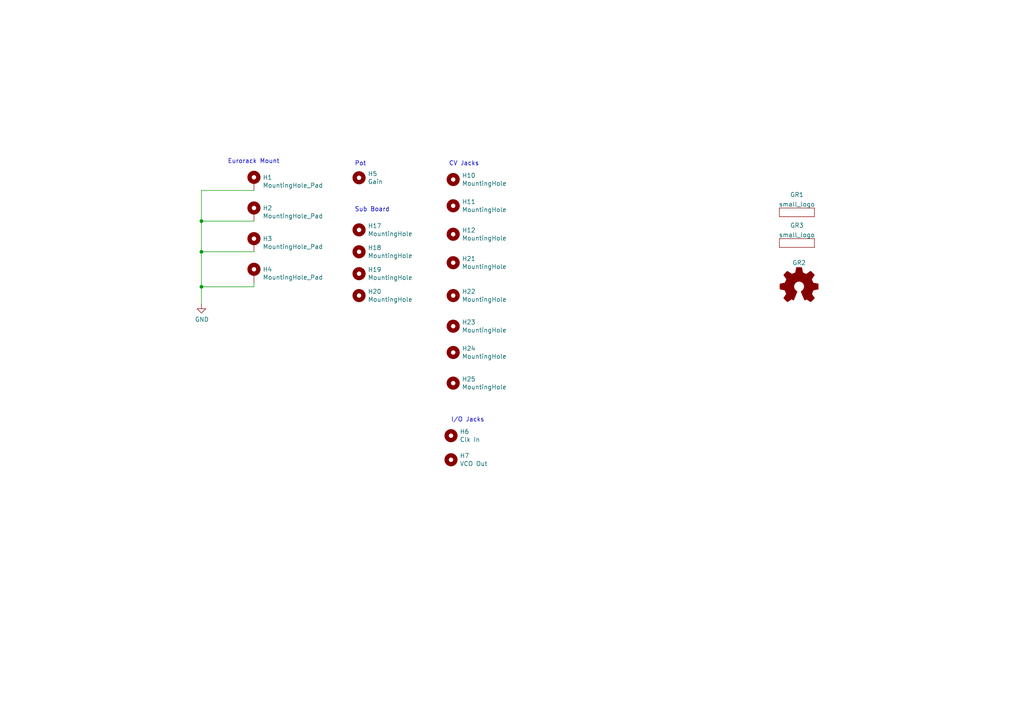
<source format=kicad_sch>
(kicad_sch (version 20211123) (generator eeschema)
  (paper "A4")
  (title_block (title "Bonkulator Panel") (rev "2.1"))
  (lib_symbols
    (symbol "Graphic:Logo_Open_Hardware_Small" (pin_names (offset 1.016))
      (symbol "Logo_Open_Hardware_Small_0_1"
        (polyline (pts (xy 3.3528 -4.3434) (xy 3.302 -4.318) (xy 3.175 -4.2418) (xy 2.9972 -4.1148) (xy 2.7686 -3.9624) (xy 2.54 -3.81) (xy 2.3622 -3.7084) (xy 2.2352 -3.6068) (xy 2.1844 -3.5814) (xy 2.159 -3.6068) (xy 2.0574 -3.6576) (xy 1.905 -3.7338) (xy 1.8034 -3.7846) (xy 1.6764 -3.8354) (xy 1.6002 -3.8354) (xy 1.6002 -3.8354) (xy 1.5494 -3.7338) (xy 1.4732 -3.5306) (xy 1.3462 -3.302) (xy 1.2446 -3.0226) (xy 1.1176 -2.7178) (xy 0.9652 -2.413) (xy 0.8636 -2.1082) (xy 0.7366 -1.8288) (xy 0.6604 -1.6256) (xy 0.6096 -1.4732) (xy 0.5842 -1.397) (xy 0.5842 -1.397) (xy 0.6604 -1.3208) (xy 0.7874 -1.2446) (xy 1.0414 -1.016) (xy 1.2954 -0.6858) (xy 1.4478 -0.3302) (xy 1.524 0.0762) (xy 1.4732 0.4572) (xy 1.3208 0.8128) (xy 1.0668 1.143) (xy 0.762 1.3716) (xy 0.4064 1.524) (xy 0 1.5748) (xy -0.381 1.5494) (xy -0.7366 1.397) (xy -1.0668 1.143) (xy -1.2192 0.9906) (xy -1.397 0.6604) (xy -1.524 0.3048) (xy -1.524 0.2286) (xy -1.4986 -0.1778) (xy -1.397 -0.5334) (xy -1.1938 -0.8636) (xy -0.9144 -1.143) (xy -0.8636 -1.1684) (xy -0.7366 -1.27) (xy -0.635 -1.3462) (xy -0.5842 -1.397) (xy -1.0668 -2.5908) (xy -1.143 -2.794) (xy -1.2954 -3.1242) (xy -1.397 -3.4036) (xy -1.4986 -3.6322) (xy -1.5748 -3.7846) (xy -1.6002 -3.8354) (xy -1.6002 -3.8354) (xy -1.651 -3.8354) (xy -1.7272 -3.81) (xy -1.905 -3.7338) (xy -2.0066 -3.683) (xy -2.1336 -3.6068) (xy -2.2098 -3.5814) (xy -2.2606 -3.6068) (xy -2.3622 -3.683) (xy -2.54 -3.81) (xy -2.7686 -3.9624) (xy -2.9718 -4.0894) (xy -3.1496 -4.2164) (xy -3.302 -4.318) (xy -3.3528 -4.3434) (xy -3.3782 -4.3434) (xy -3.429 -4.318) (xy -3.5306 -4.2164) (xy -3.7084 -4.064) (xy -3.937 -3.8354) (xy -3.9624 -3.81) (xy -4.1656 -3.6068) (xy -4.318 -3.4544) (xy -4.4196 -3.3274) (xy -4.445 -3.2766) (xy -4.445 -3.2766) (xy -4.4196 -3.2258) (xy -4.318 -3.0734) (xy -4.2164 -2.8956) (xy -4.064 -2.667) (xy -3.6576 -2.0828) (xy -3.8862 -1.5494) (xy -3.937 -1.3716) (xy -4.0386 -1.1684) (xy -4.0894 -1.0414) (xy -4.1148 -0.9652) (xy -4.191 -0.9398) (xy -4.318 -0.9144) (xy -4.5466 -0.8636) (xy -4.8006 -0.8128) (xy -5.0546 -0.7874) (xy -5.2578 -0.7366) (xy -5.4356 -0.7112) (xy -5.5118 -0.6858) (xy -5.5118 -0.6858) (xy -5.5372 -0.635) (xy -5.5372 -0.5588) (xy -5.5372 -0.4318) (xy -5.5626 -0.2286) (xy -5.5626 0.0762) (xy -5.5626 0.127) (xy -5.5372 0.4064) (xy -5.5372 0.635) (xy -5.5372 0.762) (xy -5.5372 0.8382) (xy -5.5372 0.8382) (xy -5.461 0.8382) (xy -5.3086 0.889) (xy -5.08 0.9144) (xy -4.826 0.9652) (xy -4.8006 0.9906) (xy -4.5466 1.0414) (xy -4.318 1.0668) (xy -4.1656 1.1176) (xy -4.0894 1.143) (xy -4.0894 1.143) (xy -4.0386 1.2446) (xy -3.9624 1.4224) (xy -3.8608 1.6256) (xy -3.7846 1.8288) (xy -3.7084 2.0066) (xy -3.6576 2.159) (xy -3.6322 2.2098) (xy -3.6322 2.2098) (xy -3.683 2.286) (xy -3.7592 2.413) (xy -3.8862 2.5908) (xy -4.064 2.8194) (xy -4.064 2.8448) (xy -4.2164 3.0734) (xy -4.3434 3.2512) (xy -4.4196 3.3782) (xy -4.445 3.4544) (xy -4.445 3.4544) (xy -4.3942 3.5052) (xy -4.2926 3.6322) (xy -4.1148 3.81) (xy -3.937 4.0132) (xy -3.8608 4.064) (xy -3.6576 4.2926) (xy -3.5052 4.4196) (xy -3.4036 4.4958) (xy -3.3528 4.5212) (xy -3.3528 4.5212) (xy -3.302 4.4704) (xy -3.1496 4.3688) (xy -2.9718 4.2418) (xy -2.7432 4.0894) (xy -2.7178 4.0894) (xy -2.4892 3.937) (xy -2.3114 3.81) (xy -2.1844 3.7084) (xy -2.1336 3.683) (xy -2.1082 3.683) (xy -2.032 3.7084) (xy -1.8542 3.7592) (xy -1.6764 3.8354) (xy -1.4732 3.937) (xy -1.27 4.0132) (xy -1.143 4.064) (xy -1.0668 4.1148) (xy -1.0668 4.1148) (xy -1.0414 4.191) (xy -1.016 4.3434) (xy -0.9652 4.572) (xy -0.9144 4.8514) (xy -0.889 4.9022) (xy -0.8382 5.1562) (xy -0.8128 5.3848) (xy -0.7874 5.5372) (xy -0.762 5.588) (xy -0.7112 5.6134) (xy -0.5842 5.6134) (xy -0.4064 5.6134) (xy -0.1524 5.6134) (xy 0.0762 5.6134) (xy 0.3302 5.6134) (xy 0.5334 5.6134) (xy 0.6858 5.588) (xy 0.7366 5.588) (xy 0.7366 5.588) (xy 0.762 5.5118) (xy 0.8128 5.334) (xy 0.8382 5.1054) (xy 0.9144 4.826) (xy 0.9144 4.7752) (xy 0.9652 4.5212) (xy 1.016 4.2926) (xy 1.0414 4.1402) (xy 1.0668 4.0894) (xy 1.0668 4.0894) (xy 1.1938 4.0386) (xy 1.3716 3.9624) (xy 1.5748 3.8608) (xy 2.0828 3.6576) (xy 2.7178 4.0894) (xy 2.7686 4.1402) (xy 2.9972 4.2926) (xy 3.175 4.4196) (xy 3.302 4.4958) (xy 3.3782 4.5212) (xy 3.3782 4.5212) (xy 3.429 4.4704) (xy 3.556 4.3434) (xy 3.7338 4.191) (xy 3.9116 3.9878) (xy 4.064 3.8354) (xy 4.2418 3.6576) (xy 4.3434 3.556) (xy 4.4196 3.4798) (xy 4.4196 3.429) (xy 4.4196 3.4036) (xy 4.3942 3.3274) (xy 4.2926 3.2004) (xy 4.1656 2.9972) (xy 4.0132 2.794) (xy 3.8862 2.5908) (xy 3.7592 2.3876) (xy 3.6576 2.2352) (xy 3.6322 2.159) (xy 3.6322 2.1336) (xy 3.683 2.0066) (xy 3.7592 1.8288) (xy 3.8608 1.6002) (xy 4.064 1.1176) (xy 4.3942 1.0414) (xy 4.5974 1.016) (xy 4.8768 0.9652) (xy 5.1308 0.9144) (xy 5.5372 0.8382) (xy 5.5626 -0.6604) (xy 5.4864 -0.6858) (xy 5.4356 -0.6858) (xy 5.2832 -0.7366) (xy 5.0546 -0.762) (xy 4.8006 -0.8128) (xy 4.5974 -0.8636) (xy 4.3688 -0.9144) (xy 4.2164 -0.9398) (xy 4.1402 -0.9398) (xy 4.1148 -0.9652) (xy 4.064 -1.0668) (xy 3.9878 -1.2446) (xy 3.9116 -1.4478) (xy 3.81 -1.651) (xy 3.7338 -1.8542) (xy 3.683 -2.0066) (xy 3.6576 -2.0828) (xy 3.683 -2.1336) (xy 3.7846 -2.2606) (xy 3.8862 -2.4638) (xy 4.0386 -2.667) (xy 4.191 -2.8956) (xy 4.318 -3.0734) (xy 4.3942 -3.2004) (xy 4.445 -3.2766) (xy 4.4196 -3.3274) (xy 4.3434 -3.429) (xy 4.1656 -3.5814) (xy 3.937 -3.8354) (xy 3.8862 -3.8608) (xy 3.683 -4.064) (xy 3.5306 -4.2164) (xy 3.4036 -4.318) (xy 3.3528 -4.3434)) (fill (type outline)))
      )
    )
    (symbol "Mechanical:MountingHole" (pin_names (offset 1.016))
      (property "Reference" "H" (at 0 5.08 0))
      (property "Value" "MountingHole" (at 0 3.175 0))
      (symbol "MountingHole_0_1"
        (circle (center 0 0) (radius 1.27) (stroke (width 1.27)))
      )
    )
    (symbol "Mechanical:MountingHole_Pad" (pin_numbers hide) (pin_names (offset 1.016) hide)
      (property "Reference" "H" (at 0 6.35 0))
      (property "Value" "MountingHole_Pad" (at 0 4.445 0))
      (symbol "MountingHole_Pad_0_1"
        (circle (center 0 1.27) (radius 1.27) (stroke (width 1.27)))
      )
      (symbol "MountingHole_Pad_1_1"
        (pin input line (at 0 -2.54 90) (length 2.54) (name "1") (number "1"))
      )
    )
    (symbol "greenface-symbols:small_logo" (pin_numbers hide) (pin_names (offset 0) hide)
      (property "Reference" "GR" (at 0 -2.54 0))
      (property "Value" "small_logo" (at 0 0 0))
      (symbol "small_logo_0_1"
        (rectangle (start -5.08 -1.27) (end -5.08 1.27))
        (rectangle (start -5.08 1.27) (end 5.08 1.27))
        (rectangle (start 5.08 -1.27) (end -5.08 -1.27))
        (rectangle (start 5.08 1.27) (end 5.08 -1.27))
      )
    )
    (symbol "power:GND" (power) (pin_names (offset 0))
      (property "Value" "GND" (at 0 -3.81 0))
      (symbol "GND_0_1"
        (polyline (pts (xy 0 0) (xy 0 -1.27) (xy 1.27 -1.27) (xy 0 -2.54) (xy -1.27 -1.27) (xy 0 -1.27)))
      )
      (symbol "GND_1_1"
        (pin power_in line (at 0 0 270) (length 0) hide (name "GND") (number "1"))
      )
    )
  )
  (junction (at 58.42 64.135))
  (junction (at 58.42 83.185))
  (junction (at 58.42 73.025))
  (wire (pts (xy 58.42 73.025) (xy 58.42 64.135)))
  (wire (pts (xy 58.42 55.245) (xy 73.66 55.245)))
  (wire (pts (xy 58.42 73.025) (xy 73.66 73.025)))
  (wire (pts (xy 58.42 88.265) (xy 58.42 83.185)))
  (wire (pts (xy 58.42 64.135) (xy 58.42 55.245)))
  (wire (pts (xy 73.66 83.185) (xy 58.42 83.185)))
  (wire (pts (xy 73.66 83.185) (xy 73.66 81.915)))
  (wire (pts (xy 58.42 64.135) (xy 73.66 64.135)))
  (wire (pts (xy 58.42 83.185) (xy 58.42 73.025)))
  (text "Sub Board" (at 102.87 61.595 0) (effects (font (size 1.27 1.27)) (justify left bottom)))
  (text "Pot" (at 102.87 48.26 0) (effects (font (size 1.27 1.27)) (justify left bottom)))
  (text "CV Jacks" (at 130.175 48.26 0) (effects (font (size 1.27 1.27)) (justify left bottom)))
  (text "I/O Jacks" (at 130.81 122.555 0) (effects (font (size 1.27 1.27)) (justify left bottom)))
  (text "Eurorack Mount" (at 66.04 47.625 0) (effects (font (size 1.27 1.27)) (justify left bottom)))
  (symbol (lib_id "Mechanical:MountingHole") (at 131.445 67.945 0) (unit 1)
    (property "Reference" "H12" (at 133.985 66.7766 0) (effects (justify left)))
    (property "Value" "MountingHole" (at 133.985 69.088 0) (effects (justify left)))
    (property "Footprint" "panel:MolexJack" (effects hide))
  )
  (symbol (lib_id "Mechanical:MountingHole") (at 131.445 76.2 0) (unit 1)
    (property "Reference" "H21" (at 133.985 75.0316 0) (effects (justify left)))
    (property "Value" "MountingHole" (at 133.985 77.343 0) (effects (justify left)))
    (property "Footprint" "panel:MolexJack" (effects hide))
  )
  (symbol (lib_id "Graphic:Logo_Open_Hardware_Small") (at 231.775 83.185 0) (unit 1)
    (property "Reference" "GR2" (at 231.775 76.2 0))
    (property "Value" "Logo_Open_Hardware_Small" (effects hide))
    (property "Footprint" "Symbol:OSHW-Logo_5.7x6mm_SilkScreen" (effects hide))
  )
  (symbol (lib_id "Mechanical:MountingHole") (at 104.14 66.675 0) (unit 1)
    (property "Reference" "H17" (at 106.68 65.5066 0) (effects (justify left)))
    (property "Value" "MountingHole" (at 106.68 67.818 0) (effects (justify left)))
    (property "Footprint" "MountingHole:MountingHole_2.5mm" (effects hide))
  )
  (symbol (lib_id "Mechanical:MountingHole_Pad") (at 73.66 52.705 0) (unit 1)
    (property "Reference" "H1" (at 76.2 51.4604 0) (effects (justify left)))
    (property "Value" "MountingHole_Pad" (at 76.2 53.7718 0) (effects (justify left)))
    (property "Footprint" "panel:MountingHole_3.2mm_M3_SmPad" (effects hide))
  )
  (symbol (lib_id "Mechanical:MountingHole") (at 131.445 52.07 0) (unit 1)
    (property "Reference" "H10" (at 133.985 50.9016 0) (effects (justify left)))
    (property "Value" "MountingHole" (at 133.985 53.213 0) (effects (justify left)))
    (property "Footprint" "panel:MolexJack" (effects hide))
  )
  (symbol (lib_id "Mechanical:MountingHole") (at 131.445 85.725 0) (unit 1)
    (property "Reference" "H22" (at 133.985 84.5566 0) (effects (justify left)))
    (property "Value" "MountingHole" (at 133.985 86.868 0) (effects (justify left)))
    (property "Footprint" "panel:MolexJack" (effects hide))
  )
  (symbol (lib_id "Mechanical:MountingHole_Pad") (at 73.66 79.375 0) (unit 1)
    (property "Reference" "H4" (at 76.2 78.1304 0) (effects (justify left)))
    (property "Value" "MountingHole_Pad" (at 76.2 80.4418 0) (effects (justify left)))
    (property "Footprint" "panel:MountingHole_3.2mm_M3_SmPad" (effects hide))
  )
  (symbol (lib_id "Mechanical:MountingHole") (at 104.14 85.725 0) (unit 1)
    (property "Reference" "H20" (at 106.68 84.5566 0) (effects (justify left)))
    (property "Value" "MountingHole" (at 106.68 86.868 0) (effects (justify left)))
    (property "Footprint" "MountingHole:MountingHole_2.5mm" (effects hide))
  )
  (symbol (lib_id "Mechanical:MountingHole") (at 104.14 79.375 0) (unit 1)
    (property "Reference" "H19" (at 106.68 78.2066 0) (effects (justify left)))
    (property "Value" "MountingHole" (at 106.68 80.518 0) (effects (justify left)))
    (property "Footprint" "MountingHole:MountingHole_2.5mm" (effects hide))
  )
  (symbol (lib_id "Mechanical:MountingHole") (at 131.445 102.235 0) (unit 1)
    (property "Reference" "H24" (at 133.985 101.0666 0) (effects (justify left)))
    (property "Value" "MountingHole" (at 133.985 103.378 0) (effects (justify left)))
    (property "Footprint" "panel:MolexJack" (effects hide))
  )
  (symbol (lib_id "Mechanical:MountingHole") (at 104.14 73.025 0) (unit 1)
    (property "Reference" "H18" (at 106.68 71.8566 0) (effects (justify left)))
    (property "Value" "MountingHole" (at 106.68 74.168 0) (effects (justify left)))
    (property "Footprint" "MountingHole:MountingHole_2.5mm" (effects hide))
  )
  (symbol (lib_id "Mechanical:MountingHole") (at 131.445 111.125 0) (unit 1)
    (property "Reference" "H25" (at 133.985 109.9566 0) (effects (justify left)))
    (property "Value" "MountingHole" (at 133.985 112.268 0) (effects (justify left)))
    (property "Footprint" "panel:MolexJack" (effects hide))
  )
  (symbol (lib_id "Mechanical:MountingHole_Pad") (at 73.66 61.595 0) (unit 1)
    (property "Reference" "H2" (at 76.2 60.3504 0) (effects (justify left)))
    (property "Value" "MountingHole_Pad" (at 76.2 62.6618 0) (effects (justify left)))
    (property "Footprint" "panel:MountingHole_3.2mm_M3_SmPad" (effects hide))
  )
  (symbol (lib_id "Mechanical:MountingHole") (at 131.445 94.615 0) (unit 1)
    (property "Reference" "H23" (at 133.985 93.4466 0) (effects (justify left)))
    (property "Value" "MountingHole" (at 133.985 95.758 0) (effects (justify left)))
    (property "Footprint" "panel:MolexJack" (effects hide))
  )
  (symbol (lib_id "greenface-symbols:small_logo") (at 231.14 61.595 0) (unit 1)
    (property "Reference" "GR1" (at 231.14 56.4855 0))
    (property "Value" "small_logo" (at 231.14 59.2606 0))
    (property "Footprint" "panel:small_face" (effects hide))
  )
  (symbol (lib_id "Mechanical:MountingHole") (at 130.81 126.365 0) (unit 1)
    (property "Reference" "H6" (at 133.35 125.1966 0) (effects (justify left)))
    (property "Value" "Clk In" (at 133.35 127.508 0) (effects (justify left)))
    (property "Footprint" "panel:MolexJack" (effects hide))
  )
  (symbol (lib_id "Mechanical:MountingHole") (at 104.14 51.562 0) (unit 1)
    (property "Reference" "H5" (at 106.68 50.3936 0) (effects (justify left)))
    (property "Value" "Gain" (at 106.68 52.705 0) (effects (justify left)))
    (property "Footprint" "panel:RotaryEncoder_6.4mm" (effects hide))
  )
  (symbol (lib_id "Mechanical:MountingHole") (at 130.81 133.35 0) (unit 1)
    (property "Reference" "H7" (at 133.35 132.1816 0) (effects (justify left)))
    (property "Value" "VCO Out" (at 133.35 134.493 0) (effects (justify left)))
    (property "Footprint" "panel:MolexJack" (effects hide))
  )
  (symbol (lib_id "greenface-symbols:small_logo") (at 231.14 70.485 0) (unit 1)
    (property "Reference" "GR3" (at 231.14 65.3755 0))
    (property "Value" "small_logo" (at 231.14 68.1506 0))
    (property "Footprint" "Symbol:KiCad-Logo_5mm_SilkScreen" (effects hide))
  )
  (symbol (lib_id "Mechanical:MountingHole_Pad") (at 73.66 70.485 0) (unit 1)
    (property "Reference" "H3" (at 76.2 69.2404 0) (effects (justify left)))
    (property "Value" "MountingHole_Pad" (at 76.2 71.5518 0) (effects (justify left)))
    (property "Footprint" "panel:MountingHole_3.2mm_M3_SmPad" (effects hide))
  )
  (symbol (lib_id "power:GND") (at 58.42 88.265 0) (unit 1)
    (property "Reference" "#PWR01" (effects hide))
    (property "Value" "GND" (at 58.547 92.6592 0))
  )
  (symbol (lib_id "Mechanical:MountingHole") (at 131.445 59.69 0) (unit 1)
    (property "Reference" "H11" (at 133.985 58.5216 0) (effects (justify left)))
    (property "Value" "MountingHole" (at 133.985 60.833 0) (effects (justify left)))
    (property "Footprint" "panel:MolexJack" (effects hide))
  )
)
</source>
